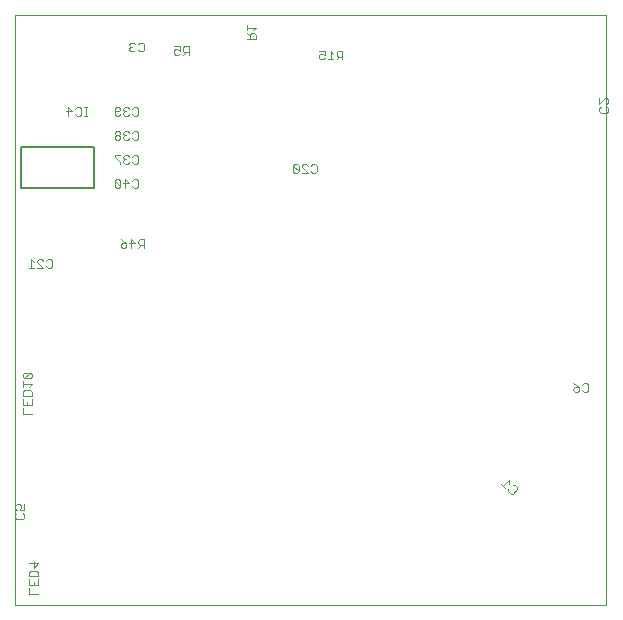
<source format=gbo>
G75*
%MOIN*%
%OFA0B0*%
%FSLAX25Y25*%
%IPPOS*%
%LPD*%
%AMOC8*
5,1,8,0,0,1.08239X$1,22.5*
%
%ADD10C,0.00000*%
%ADD11C,0.00300*%
%ADD12C,0.00600*%
D10*
X0034331Y0035000D02*
X0034331Y0231850D01*
X0231181Y0231850D01*
X0231181Y0035000D01*
X0034331Y0035000D01*
D11*
X0038918Y0038713D02*
X0038918Y0040648D01*
X0038918Y0041660D02*
X0038918Y0043594D01*
X0038918Y0044606D02*
X0038918Y0046057D01*
X0039401Y0046541D01*
X0041336Y0046541D01*
X0041820Y0046057D01*
X0041820Y0044606D01*
X0038918Y0044606D01*
X0040369Y0042627D02*
X0040369Y0041660D01*
X0041820Y0041660D02*
X0038918Y0041660D01*
X0041820Y0041660D02*
X0041820Y0043594D01*
X0040369Y0047553D02*
X0040369Y0049488D01*
X0041820Y0049004D02*
X0040369Y0047553D01*
X0038918Y0049004D02*
X0041820Y0049004D01*
X0041820Y0038713D02*
X0038918Y0038713D01*
X0036699Y0063757D02*
X0034764Y0063757D01*
X0034281Y0064241D01*
X0034281Y0065208D01*
X0034764Y0065692D01*
X0034764Y0066703D02*
X0034281Y0067187D01*
X0034281Y0068155D01*
X0034764Y0068638D01*
X0035732Y0068638D01*
X0036216Y0068155D01*
X0036216Y0067671D01*
X0035732Y0066703D01*
X0037183Y0066703D01*
X0037183Y0068638D01*
X0036699Y0065692D02*
X0037183Y0065208D01*
X0037183Y0064241D01*
X0036699Y0063757D01*
X0036844Y0098854D02*
X0036844Y0100789D01*
X0036844Y0101801D02*
X0036844Y0103736D01*
X0036844Y0104747D02*
X0036844Y0106199D01*
X0037327Y0106682D01*
X0039262Y0106682D01*
X0039746Y0106199D01*
X0039746Y0104747D01*
X0036844Y0104747D01*
X0038295Y0102768D02*
X0038295Y0101801D01*
X0039746Y0101801D02*
X0036844Y0101801D01*
X0039746Y0101801D02*
X0039746Y0103736D01*
X0038779Y0107694D02*
X0039746Y0108661D01*
X0036844Y0108661D01*
X0036844Y0107694D02*
X0036844Y0109629D01*
X0037327Y0110640D02*
X0039262Y0112575D01*
X0037327Y0112575D01*
X0036844Y0112092D01*
X0036844Y0111124D01*
X0037327Y0110640D01*
X0039262Y0110640D01*
X0039746Y0111124D01*
X0039746Y0112092D01*
X0039262Y0112575D01*
X0039746Y0098854D02*
X0036844Y0098854D01*
X0038692Y0147450D02*
X0040627Y0147450D01*
X0039660Y0147450D02*
X0039660Y0150352D01*
X0040627Y0149385D01*
X0041639Y0149385D02*
X0041639Y0149869D01*
X0042123Y0150352D01*
X0043090Y0150352D01*
X0043574Y0149869D01*
X0044585Y0149869D02*
X0045069Y0150352D01*
X0046037Y0150352D01*
X0046520Y0149869D01*
X0046520Y0147934D01*
X0046037Y0147450D01*
X0045069Y0147450D01*
X0044585Y0147934D01*
X0043574Y0147450D02*
X0041639Y0149385D01*
X0041639Y0147450D02*
X0043574Y0147450D01*
X0069353Y0154634D02*
X0069353Y0155117D01*
X0069836Y0155601D01*
X0071288Y0155601D01*
X0071288Y0154634D01*
X0070804Y0154150D01*
X0069836Y0154150D01*
X0069353Y0154634D01*
X0070320Y0156569D02*
X0071288Y0155601D01*
X0072299Y0155601D02*
X0074234Y0155601D01*
X0072783Y0157052D01*
X0072783Y0154150D01*
X0075246Y0154150D02*
X0076213Y0155117D01*
X0075729Y0155117D02*
X0077181Y0155117D01*
X0077181Y0154150D02*
X0077181Y0157052D01*
X0075729Y0157052D01*
X0075246Y0156569D01*
X0075246Y0155601D01*
X0075729Y0155117D01*
X0070320Y0156569D02*
X0069353Y0157052D01*
X0068804Y0174150D02*
X0069288Y0174634D01*
X0067353Y0176569D01*
X0067353Y0174634D01*
X0067836Y0174150D01*
X0068804Y0174150D01*
X0069288Y0174634D02*
X0069288Y0176569D01*
X0068804Y0177052D01*
X0067836Y0177052D01*
X0067353Y0176569D01*
X0070299Y0175601D02*
X0072234Y0175601D01*
X0070783Y0177052D01*
X0070783Y0174150D01*
X0073246Y0174634D02*
X0073729Y0174150D01*
X0074697Y0174150D01*
X0075181Y0174634D01*
X0075181Y0176569D01*
X0074697Y0177052D01*
X0073729Y0177052D01*
X0073246Y0176569D01*
X0073729Y0182150D02*
X0073246Y0182634D01*
X0073729Y0182150D02*
X0074697Y0182150D01*
X0075181Y0182634D01*
X0075181Y0184569D01*
X0074697Y0185052D01*
X0073729Y0185052D01*
X0073246Y0184569D01*
X0072234Y0184569D02*
X0071750Y0185052D01*
X0070783Y0185052D01*
X0070299Y0184569D01*
X0070299Y0184085D01*
X0070783Y0183601D01*
X0070299Y0183117D01*
X0070299Y0182634D01*
X0070783Y0182150D01*
X0071750Y0182150D01*
X0072234Y0182634D01*
X0071267Y0183601D02*
X0070783Y0183601D01*
X0069288Y0182634D02*
X0069288Y0182150D01*
X0069288Y0182634D02*
X0067353Y0184569D01*
X0067353Y0185052D01*
X0069288Y0185052D01*
X0068804Y0190150D02*
X0069288Y0190634D01*
X0069288Y0191117D01*
X0068804Y0191601D01*
X0067836Y0191601D01*
X0067353Y0191117D01*
X0067353Y0190634D01*
X0067836Y0190150D01*
X0068804Y0190150D01*
X0068804Y0191601D02*
X0069288Y0192085D01*
X0069288Y0192569D01*
X0068804Y0193052D01*
X0067836Y0193052D01*
X0067353Y0192569D01*
X0067353Y0192085D01*
X0067836Y0191601D01*
X0070299Y0191117D02*
X0070299Y0190634D01*
X0070783Y0190150D01*
X0071750Y0190150D01*
X0072234Y0190634D01*
X0073246Y0190634D02*
X0073729Y0190150D01*
X0074697Y0190150D01*
X0075181Y0190634D01*
X0075181Y0192569D01*
X0074697Y0193052D01*
X0073729Y0193052D01*
X0073246Y0192569D01*
X0072234Y0192569D02*
X0071750Y0193052D01*
X0070783Y0193052D01*
X0070299Y0192569D01*
X0070299Y0192085D01*
X0070783Y0191601D01*
X0070299Y0191117D01*
X0070783Y0191601D02*
X0071267Y0191601D01*
X0071750Y0198150D02*
X0072234Y0198634D01*
X0071750Y0198150D02*
X0070783Y0198150D01*
X0070299Y0198634D01*
X0070299Y0199117D01*
X0070783Y0199601D01*
X0071267Y0199601D01*
X0070783Y0199601D02*
X0070299Y0200085D01*
X0070299Y0200569D01*
X0070783Y0201052D01*
X0071750Y0201052D01*
X0072234Y0200569D01*
X0073246Y0200569D02*
X0073729Y0201052D01*
X0074697Y0201052D01*
X0075181Y0200569D01*
X0075181Y0198634D01*
X0074697Y0198150D01*
X0073729Y0198150D01*
X0073246Y0198634D01*
X0069288Y0198634D02*
X0068804Y0198150D01*
X0067836Y0198150D01*
X0067353Y0198634D01*
X0067353Y0200569D01*
X0067836Y0201052D01*
X0068804Y0201052D01*
X0069288Y0200569D01*
X0069288Y0200085D01*
X0068804Y0199601D01*
X0067353Y0199601D01*
X0058181Y0198150D02*
X0057213Y0198150D01*
X0057697Y0198150D02*
X0057697Y0201052D01*
X0058181Y0201052D02*
X0057213Y0201052D01*
X0056216Y0200569D02*
X0056216Y0198634D01*
X0055733Y0198150D01*
X0054765Y0198150D01*
X0054281Y0198634D01*
X0053270Y0199601D02*
X0051335Y0199601D01*
X0051819Y0198150D02*
X0051819Y0201052D01*
X0053270Y0199601D01*
X0054281Y0200569D02*
X0054765Y0201052D01*
X0055733Y0201052D01*
X0056216Y0200569D01*
X0072783Y0219650D02*
X0073750Y0219650D01*
X0074234Y0220134D01*
X0075246Y0220134D02*
X0075729Y0219650D01*
X0076697Y0219650D01*
X0077181Y0220134D01*
X0077181Y0222069D01*
X0076697Y0222552D01*
X0075729Y0222552D01*
X0075246Y0222069D01*
X0074234Y0222069D02*
X0073750Y0222552D01*
X0072783Y0222552D01*
X0072299Y0222069D01*
X0072299Y0221585D01*
X0072783Y0221101D01*
X0072299Y0220617D01*
X0072299Y0220134D01*
X0072783Y0219650D01*
X0072783Y0221101D02*
X0073267Y0221101D01*
X0087192Y0221352D02*
X0089127Y0221352D01*
X0089127Y0219901D01*
X0088160Y0220385D01*
X0087676Y0220385D01*
X0087192Y0219901D01*
X0087192Y0218934D01*
X0087676Y0218450D01*
X0088643Y0218450D01*
X0089127Y0218934D01*
X0090139Y0218450D02*
X0091106Y0219417D01*
X0090623Y0219417D02*
X0092074Y0219417D01*
X0092074Y0218450D02*
X0092074Y0221352D01*
X0090623Y0221352D01*
X0090139Y0220869D01*
X0090139Y0219901D01*
X0090623Y0219417D01*
X0111481Y0223650D02*
X0114383Y0223650D01*
X0114383Y0225101D01*
X0113899Y0225585D01*
X0112932Y0225585D01*
X0112448Y0225101D01*
X0112448Y0223650D01*
X0112448Y0224617D02*
X0111481Y0225585D01*
X0111481Y0226597D02*
X0111481Y0228531D01*
X0111481Y0227564D02*
X0114383Y0227564D01*
X0113416Y0226597D01*
X0135460Y0219837D02*
X0137395Y0219837D01*
X0137395Y0218385D01*
X0136427Y0218869D01*
X0135944Y0218869D01*
X0135460Y0218385D01*
X0135460Y0217418D01*
X0135944Y0216934D01*
X0136911Y0216934D01*
X0137395Y0217418D01*
X0138406Y0216934D02*
X0140341Y0216934D01*
X0139374Y0216934D02*
X0139374Y0219837D01*
X0140341Y0218869D01*
X0141353Y0218385D02*
X0141837Y0217902D01*
X0143288Y0217902D01*
X0142320Y0217902D02*
X0141353Y0216934D01*
X0141353Y0218385D02*
X0141353Y0219353D01*
X0141837Y0219837D01*
X0143288Y0219837D01*
X0143288Y0216934D01*
X0134197Y0182052D02*
X0134681Y0181569D01*
X0134681Y0179634D01*
X0134197Y0179150D01*
X0133229Y0179150D01*
X0132746Y0179634D01*
X0131734Y0179150D02*
X0129799Y0181085D01*
X0129799Y0181569D01*
X0130283Y0182052D01*
X0131250Y0182052D01*
X0131734Y0181569D01*
X0132746Y0181569D02*
X0133229Y0182052D01*
X0134197Y0182052D01*
X0131734Y0179150D02*
X0129799Y0179150D01*
X0128788Y0179634D02*
X0126853Y0181569D01*
X0126853Y0179634D01*
X0127336Y0179150D01*
X0128304Y0179150D01*
X0128788Y0179634D01*
X0128788Y0181569D01*
X0128304Y0182052D01*
X0127336Y0182052D01*
X0126853Y0181569D01*
X0220299Y0109052D02*
X0221267Y0108569D01*
X0222234Y0107601D01*
X0220783Y0107601D01*
X0220299Y0107117D01*
X0220299Y0106634D01*
X0220783Y0106150D01*
X0221750Y0106150D01*
X0222234Y0106634D01*
X0222234Y0107601D01*
X0223246Y0106634D02*
X0223729Y0106150D01*
X0224697Y0106150D01*
X0225181Y0106634D01*
X0225181Y0108569D01*
X0224697Y0109052D01*
X0223729Y0109052D01*
X0223246Y0108569D01*
X0198979Y0076704D02*
X0196927Y0074651D01*
X0197611Y0073967D02*
X0196243Y0075335D01*
X0198979Y0075335D02*
X0198979Y0076704D01*
X0200037Y0074962D02*
X0200721Y0074962D01*
X0201405Y0074278D01*
X0201405Y0073594D01*
X0200037Y0072226D01*
X0199353Y0072226D01*
X0198668Y0072910D01*
X0198668Y0073594D01*
X0229464Y0199150D02*
X0228981Y0199634D01*
X0228981Y0200601D01*
X0229464Y0201085D01*
X0228981Y0202097D02*
X0228981Y0204031D01*
X0228981Y0202097D02*
X0230916Y0204031D01*
X0231399Y0204031D01*
X0231883Y0203548D01*
X0231883Y0202580D01*
X0231399Y0202097D01*
X0231399Y0201085D02*
X0231883Y0200601D01*
X0231883Y0199634D01*
X0231399Y0199150D01*
X0229464Y0199150D01*
D12*
X0060630Y0187815D02*
X0060630Y0174193D01*
X0036031Y0174193D01*
X0036031Y0187815D01*
X0060630Y0187815D01*
M02*

</source>
